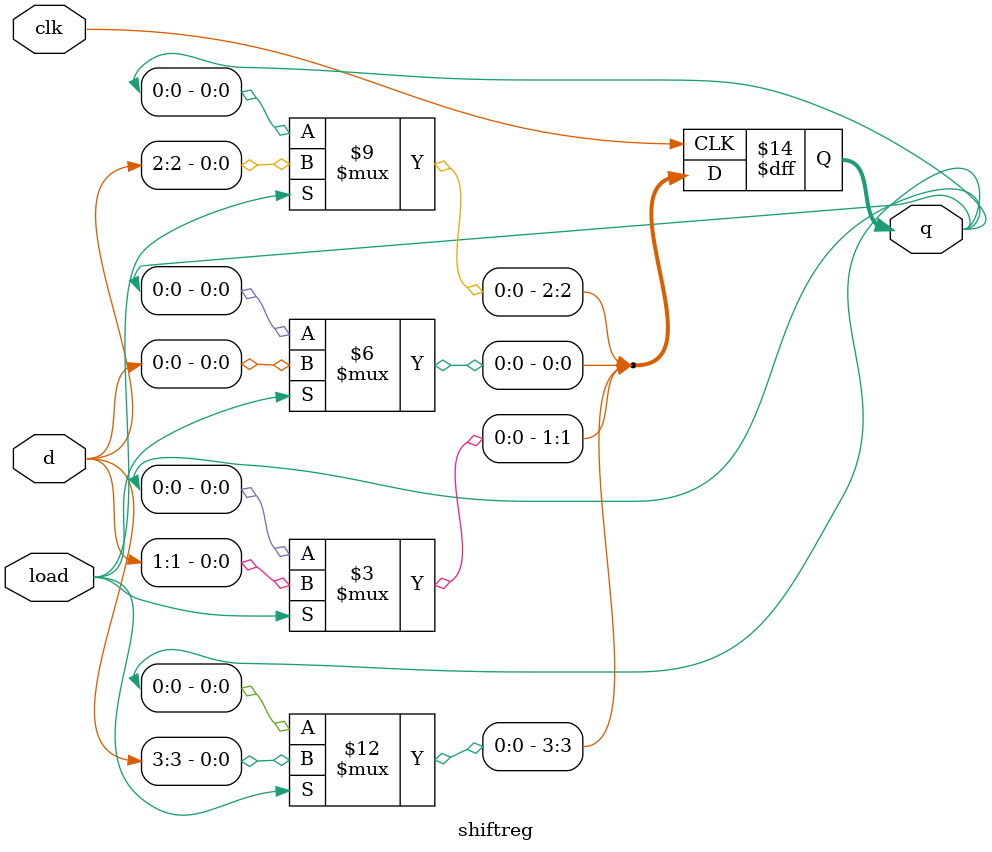
<source format=v>
module shiftreg(d,load,clk,q);

input [3:0]d;
input load, clk;
output reg [3:0]q;

always @(posedge clk)
	if(load)
		q<=d;
	else
		begin
			q[3]=q[0];
			q[2]=q[3];
			q[1]=q[2];
			q[0]=q[1];
		end
endmodule
</source>
